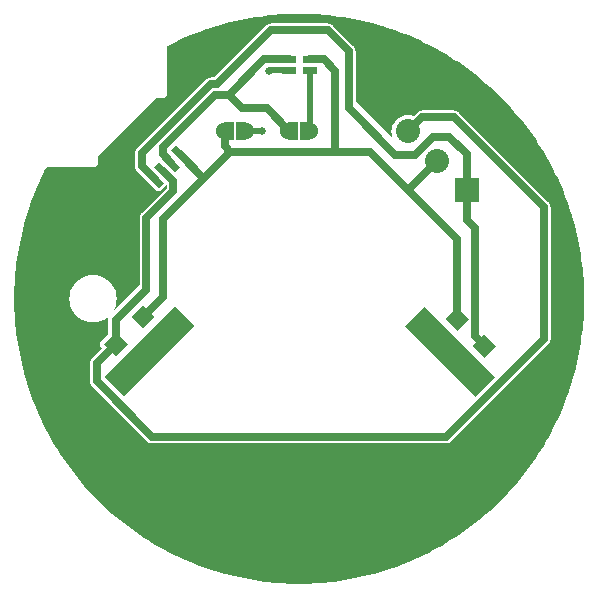
<source format=gbr>
G04 start of page 2 for group 0 idx 0 *
G04 Title: (unknown), component *
G04 Creator: pcb 4.0.2 *
G04 CreationDate: Thu Apr 29 14:29:46 2021 UTC *
G04 For: petersen *
G04 Format: Gerber/RS-274X *
G04 PCB-Dimensions (mil): 2500.00 2500.00 *
G04 PCB-Coordinate-Origin: lower left *
%MOIN*%
%FSLAX25Y25*%
%LNTOP*%
%ADD22C,0.0472*%
%ADD21C,0.0276*%
%ADD20C,0.6300*%
%ADD19C,0.0120*%
%ADD18C,0.0240*%
%ADD17C,0.1378*%
%ADD16C,0.0260*%
%ADD15C,0.0600*%
%ADD14C,0.0800*%
%ADD13C,0.0200*%
%ADD12C,0.0250*%
%ADD11C,0.0001*%
G54D11*G36*
X60000Y99000D02*X83500Y122500D01*
X90000Y116000D01*
X66500Y92500D01*
X60000Y99000D01*
G37*
G36*
X166744Y122256D02*X190244Y98756D01*
X183744Y92256D01*
X160244Y115756D01*
X166744Y122256D01*
G37*
G36*
X220000Y125000D02*X219986Y123342D01*
X219942Y121685D01*
X219870Y120028D01*
X219769Y118373D01*
X219638Y116720D01*
X219480Y115070D01*
X219292Y113422D01*
X219075Y111779D01*
X218830Y110139D01*
X218557Y108503D01*
X218255Y106873D01*
X217924Y105248D01*
X217565Y103630D01*
X217178Y102017D01*
X216763Y100412D01*
X216320Y98814D01*
X215849Y97225D01*
X215350Y95643D01*
X214824Y94071D01*
X214271Y92508D01*
X213690Y90955D01*
X213082Y89412D01*
X212448Y87881D01*
X211787Y86360D01*
X211099Y84851D01*
X210385Y83355D01*
X209646Y81871D01*
X208880Y80400D01*
X208089Y78943D01*
X207272Y77500D01*
X206431Y76071D01*
X205565Y74658D01*
X204674Y73259D01*
X203759Y71877D01*
X202819Y70510D01*
X201857Y69160D01*
X200870Y67828D01*
X199861Y66512D01*
X198829Y65215D01*
X197774Y63935D01*
X196697Y62674D01*
X195599Y61433D01*
X194479Y60210D01*
X193337Y59007D01*
X192175Y57825D01*
X190993Y56663D01*
X189790Y55521D01*
X188567Y54401D01*
X187326Y53303D01*
X186065Y52226D01*
X184785Y51171D01*
X183488Y50139D01*
X182172Y49130D01*
X180840Y48143D01*
X179490Y47181D01*
X178123Y46241D01*
X176741Y45326D01*
X175342Y44435D01*
X173929Y43569D01*
X172500Y42728D01*
X171057Y41911D01*
X169600Y41120D01*
X168129Y40354D01*
X166645Y39615D01*
X165149Y38901D01*
X163640Y38213D01*
X162119Y37552D01*
X160588Y36918D01*
X159045Y36310D01*
X157492Y35729D01*
X155929Y35176D01*
X154357Y34650D01*
X152775Y34151D01*
X151186Y33680D01*
X149588Y33237D01*
X147983Y32822D01*
X146370Y32435D01*
X144752Y32076D01*
X143127Y31745D01*
X141497Y31443D01*
X139861Y31170D01*
X138221Y30925D01*
X136578Y30708D01*
X134930Y30520D01*
X133280Y30362D01*
X131627Y30231D01*
X129972Y30130D01*
X128546Y30068D01*
Y76750D01*
X173912D01*
X174000Y76743D01*
X174353Y76771D01*
X174353Y76771D01*
X174697Y76854D01*
X175025Y76989D01*
X175327Y77174D01*
X175596Y77404D01*
X175653Y77471D01*
X208029Y109847D01*
X208096Y109904D01*
X208326Y110173D01*
X208326Y110173D01*
X208511Y110475D01*
X208646Y110803D01*
X208729Y111147D01*
X208757Y111500D01*
X208750Y111588D01*
Y155412D01*
X208757Y155500D01*
X208729Y155853D01*
X208646Y156197D01*
X208607Y156293D01*
X208511Y156525D01*
X208396Y156712D01*
X208326Y156827D01*
X208326Y156827D01*
X208096Y157096D01*
X208029Y157153D01*
X178153Y187029D01*
X178096Y187096D01*
X177827Y187326D01*
X177827Y187326D01*
X177712Y187396D01*
X177525Y187511D01*
X177293Y187607D01*
X177197Y187646D01*
X176853Y187729D01*
X176500Y187757D01*
X176412Y187750D01*
X166102D01*
X166013Y187757D01*
X165660Y187729D01*
X165316Y187646D01*
X164989Y187511D01*
X164687Y187326D01*
X164687Y187326D01*
X164417Y187096D01*
X164360Y187029D01*
X163216Y185885D01*
X162962Y185990D01*
X162120Y186192D01*
X161257Y186260D01*
X160394Y186192D01*
X159552Y185990D01*
X158752Y185659D01*
X158014Y185207D01*
X157356Y184644D01*
X156793Y183986D01*
X156341Y183248D01*
X156010Y182448D01*
X155808Y181606D01*
X155740Y180743D01*
X155808Y179880D01*
X156010Y179038D01*
X156329Y178267D01*
X143798Y190798D01*
X143750Y190841D01*
Y207412D01*
X143757Y207500D01*
X143729Y207853D01*
X143646Y208197D01*
X143607Y208293D01*
X143511Y208525D01*
X143396Y208712D01*
X143326Y208827D01*
X143326Y208827D01*
X143096Y209096D01*
X143029Y209153D01*
X136153Y216029D01*
X136096Y216096D01*
X135827Y216326D01*
X135827Y216326D01*
X135712Y216396D01*
X135525Y216511D01*
X135293Y216607D01*
X135197Y216646D01*
X134853Y216729D01*
X134500Y216757D01*
X134412Y216750D01*
X128546D01*
Y219932D01*
X129972Y219870D01*
X131627Y219769D01*
X133280Y219638D01*
X134930Y219480D01*
X136578Y219292D01*
X138221Y219075D01*
X139861Y218830D01*
X141497Y218557D01*
X143127Y218255D01*
X144752Y217924D01*
X146370Y217565D01*
X147983Y217178D01*
X149588Y216763D01*
X151186Y216320D01*
X152775Y215849D01*
X154357Y215350D01*
X155929Y214824D01*
X157492Y214271D01*
X159045Y213690D01*
X160588Y213082D01*
X162119Y212448D01*
X163640Y211787D01*
X165149Y211099D01*
X166645Y210385D01*
X168129Y209646D01*
X169600Y208880D01*
X171057Y208089D01*
X172500Y207272D01*
X173929Y206431D01*
X175342Y205565D01*
X176741Y204674D01*
X178123Y203759D01*
X179490Y202819D01*
X180840Y201857D01*
X182172Y200870D01*
X183488Y199861D01*
X184785Y198829D01*
X186065Y197774D01*
X187326Y196697D01*
X188567Y195599D01*
X189790Y194479D01*
X190993Y193337D01*
X192175Y192175D01*
X193337Y190993D01*
X194479Y189790D01*
X195599Y188567D01*
X196697Y187326D01*
X197774Y186065D01*
X198829Y184785D01*
X199861Y183488D01*
X200870Y182172D01*
X201857Y180840D01*
X202819Y179490D01*
X203759Y178123D01*
X204674Y176741D01*
X205565Y175342D01*
X206431Y173929D01*
X207272Y172500D01*
X208089Y171057D01*
X208880Y169600D01*
X209646Y168129D01*
X210385Y166645D01*
X211099Y165149D01*
X211787Y163640D01*
X212448Y162119D01*
X213082Y160588D01*
X213690Y159045D01*
X214271Y157492D01*
X214824Y155929D01*
X215350Y154357D01*
X215849Y152775D01*
X216320Y151186D01*
X216763Y149588D01*
X217178Y147983D01*
X217565Y146370D01*
X217924Y144752D01*
X218255Y143127D01*
X218557Y141497D01*
X218830Y139861D01*
X219075Y138221D01*
X219292Y136578D01*
X219480Y134930D01*
X219638Y133280D01*
X219769Y131627D01*
X219870Y129972D01*
X219942Y128315D01*
X219986Y126658D01*
X220000Y125000D01*
G37*
G36*
X128546Y30068D02*X128315Y30058D01*
X126658Y30014D01*
X125000Y30000D01*
X123342Y30014D01*
X121685Y30058D01*
X120028Y30130D01*
X118373Y30231D01*
X116720Y30362D01*
X115070Y30520D01*
X113422Y30708D01*
X111779Y30925D01*
X110139Y31170D01*
X108503Y31443D01*
X106873Y31745D01*
X105248Y32076D01*
X103630Y32435D01*
X102017Y32822D01*
X100412Y33237D01*
X98814Y33680D01*
X97225Y34151D01*
X95643Y34650D01*
X94071Y35176D01*
X92508Y35729D01*
X90955Y36310D01*
X89412Y36918D01*
X87881Y37552D01*
X86360Y38213D01*
X84851Y38901D01*
X83355Y39615D01*
X81871Y40354D01*
X80400Y41120D01*
X78943Y41911D01*
X77500Y42728D01*
X76071Y43569D01*
X74658Y44435D01*
X73259Y45326D01*
X71877Y46241D01*
X70510Y47181D01*
X69160Y48143D01*
X67828Y49130D01*
X66512Y50139D01*
X65215Y51171D01*
X63935Y52226D01*
X62674Y53303D01*
X61433Y54401D01*
X60210Y55521D01*
X59007Y56663D01*
X57825Y57825D01*
X56663Y59007D01*
X55521Y60210D01*
X54401Y61433D01*
X53303Y62674D01*
X52226Y63935D01*
X51171Y65215D01*
X50139Y66512D01*
X49130Y67828D01*
X48143Y69160D01*
X47181Y70510D01*
X46241Y71877D01*
X45326Y73259D01*
X44435Y74658D01*
X43569Y76071D01*
X42728Y77500D01*
X41911Y78943D01*
X41120Y80400D01*
X40354Y81871D01*
X39615Y83355D01*
X38901Y84851D01*
X38213Y86360D01*
X37552Y87881D01*
X36918Y89412D01*
X36310Y90955D01*
X35729Y92508D01*
X35176Y94071D01*
X34650Y95643D01*
X34151Y97225D01*
X33680Y98814D01*
X33237Y100412D01*
X32822Y102017D01*
X32435Y103630D01*
X32076Y105248D01*
X31745Y106873D01*
X31443Y108503D01*
X31170Y110139D01*
X30925Y111779D01*
X30708Y113422D01*
X30520Y115070D01*
X30362Y116720D01*
X30231Y118373D01*
X30130Y120028D01*
X30058Y121685D01*
X30014Y123342D01*
X30000Y125000D01*
X30014Y126658D01*
X30058Y128315D01*
X30130Y129972D01*
X30231Y131627D01*
X30362Y133280D01*
X30520Y134930D01*
X30708Y136578D01*
X30925Y138221D01*
X31170Y139861D01*
X31443Y141497D01*
X31745Y143127D01*
X32076Y144752D01*
X32435Y146370D01*
X32822Y147983D01*
X33237Y149588D01*
X33680Y151186D01*
X34151Y152775D01*
X34650Y154357D01*
X35176Y155929D01*
X35729Y157492D01*
X36310Y159045D01*
X36918Y160588D01*
X37552Y162119D01*
X38213Y163640D01*
X38901Y165149D01*
X39615Y166645D01*
X40354Y168129D01*
X40807Y169000D01*
X57000D01*
X81000Y193000D01*
Y209193D01*
X81871Y209646D01*
X83355Y210385D01*
X84851Y211099D01*
X86360Y211787D01*
X87881Y212448D01*
X89412Y213082D01*
X90955Y213690D01*
X92508Y214271D01*
X94071Y214824D01*
X95643Y215350D01*
X97225Y215849D01*
X98814Y216320D01*
X100412Y216763D01*
X102017Y217178D01*
X103630Y217565D01*
X105248Y217924D01*
X106873Y218255D01*
X108503Y218557D01*
X110139Y218830D01*
X111779Y219075D01*
X113422Y219292D01*
X115070Y219480D01*
X116720Y219638D01*
X118373Y219769D01*
X120028Y219870D01*
X121685Y219942D01*
X123342Y219986D01*
X125000Y220000D01*
X126658Y219986D01*
X128315Y219942D01*
X128546Y219932D01*
Y216750D01*
X115588D01*
X115500Y216757D01*
X115147Y216729D01*
X114803Y216646D01*
X114475Y216511D01*
X114173Y216326D01*
X114173Y216326D01*
X113904Y216096D01*
X113847Y216029D01*
X96568Y198750D01*
X95588D01*
X95500Y198757D01*
X95147Y198729D01*
X94803Y198646D01*
X94475Y198511D01*
X94173Y198326D01*
X94173Y198326D01*
X93904Y198096D01*
X93847Y198029D01*
X70971Y175153D01*
X70904Y175096D01*
X70674Y174827D01*
X70489Y174525D01*
X70354Y174197D01*
X70271Y173853D01*
X70271Y173853D01*
X70243Y173500D01*
X70250Y173412D01*
Y169237D01*
X70243Y169149D01*
X70271Y168795D01*
X70271Y168795D01*
X70271Y168795D01*
X70321Y168588D01*
X70353Y168451D01*
X70354Y168451D01*
X70354Y168451D01*
X70418Y168296D01*
X70489Y168124D01*
X70489Y168124D01*
X70489Y168124D01*
X70597Y167947D01*
X70674Y167822D01*
X70674Y167822D01*
X70674Y167822D01*
X70904Y167553D01*
X70971Y167495D01*
X75233Y163233D01*
X75497Y162998D01*
X75694Y162878D01*
X77557Y161020D01*
X77691Y160938D01*
X77836Y160878D01*
X77990Y160841D01*
X78146Y160829D01*
X78303Y160841D01*
X78456Y160878D01*
X78602Y160938D01*
X78736Y161020D01*
X78854Y161125D01*
X80628Y162912D01*
X80710Y163047D01*
X80750Y163142D01*
Y161932D01*
X72471Y153653D01*
X72404Y153596D01*
X72174Y153327D01*
X71989Y153025D01*
X71854Y152697D01*
X71771Y152353D01*
X71771Y152353D01*
X71743Y152000D01*
X71750Y151912D01*
Y129639D01*
X62959Y120848D01*
X63302Y121407D01*
X63777Y122554D01*
X64067Y123762D01*
X64140Y125000D01*
X64067Y126238D01*
X63777Y127446D01*
X63302Y128593D01*
X62653Y129652D01*
X61846Y130596D01*
X60902Y131403D01*
X59843Y132052D01*
X58696Y132527D01*
X57488Y132817D01*
X56250Y132914D01*
X55012Y132817D01*
X53804Y132527D01*
X52657Y132052D01*
X51598Y131403D01*
X50654Y130596D01*
X49847Y129652D01*
X49198Y128593D01*
X48723Y127446D01*
X48433Y126238D01*
X48336Y125000D01*
X48433Y123762D01*
X48723Y122554D01*
X49198Y121407D01*
X49847Y120348D01*
X50654Y119404D01*
X51598Y118597D01*
X52657Y117948D01*
X53804Y117473D01*
X55012Y117183D01*
X56250Y117086D01*
X57488Y117183D01*
X58696Y117473D01*
X59843Y117948D01*
X60902Y118597D01*
X61430Y119048D01*
X61329Y118805D01*
X61228Y118384D01*
X61194Y117952D01*
X61202Y117845D01*
Y113213D01*
X58835Y110834D01*
X58712Y110633D01*
X58621Y110415D01*
X58566Y110185D01*
X58548Y109950D01*
X58566Y109714D01*
X58621Y109485D01*
X58712Y109267D01*
X58835Y109065D01*
X58992Y108889D01*
X59350Y108532D01*
X55971Y105153D01*
X55904Y105096D01*
X55674Y104827D01*
X55489Y104525D01*
X55354Y104197D01*
X55271Y103853D01*
X55271Y103853D01*
X55243Y103500D01*
X55250Y103412D01*
Y97588D01*
X55243Y97500D01*
X55271Y97147D01*
Y97147D01*
X55354Y96803D01*
X55489Y96475D01*
X55559Y96361D01*
X55674Y96173D01*
X55674Y96173D01*
X55904Y95904D01*
X55971Y95847D01*
X74347Y77471D01*
X74404Y77404D01*
X74673Y77174D01*
X74673Y77174D01*
X74861Y77059D01*
X74975Y76989D01*
X75303Y76854D01*
X75647Y76771D01*
X75647D01*
X76000Y76743D01*
X76088Y76750D01*
X128546D01*
Y30068D01*
G37*
G36*
X58000Y167500D02*Y172500D01*
X77500Y192000D01*
X82500D01*
X58000Y167500D01*
G37*
G54D12*X183500Y112500D02*Y148500D01*
X180744Y151256D01*
X177696Y144804D02*Y118304D01*
X206500Y111500D02*Y155500D01*
Y111500D02*X174000Y79000D01*
X76000D01*
X186744Y109256D02*X183500Y112500D01*
X74000Y128000D02*X63952Y117952D01*
Y109952D01*
X76000Y79000D02*X57500Y97500D01*
Y103500D02*X63952Y109952D01*
X57500Y103500D02*Y97500D01*
X73000Y119000D02*X79500Y125500D01*
X74000Y128000D02*Y152000D01*
X79500Y125500D02*Y151500D01*
X74000Y152000D02*X83000Y161000D01*
X76824Y164824D02*X72500Y169148D01*
Y173500D02*Y169148D01*
X83000Y161000D02*Y164216D01*
X148500Y174000D02*X102000D01*
X83000Y164216D02*X79608Y167608D01*
X79500Y151500D02*X102000Y174000D01*
X85176Y173176D02*X92984Y165368D01*
X82392Y170392D02*X79500Y173284D01*
Y175500D01*
X180744Y151256D02*Y161256D01*
X180744Y161256D02*Y173256D01*
X171000Y171000D02*X161250Y161250D01*
X169500Y179000D02*X163500Y173000D01*
X157000D01*
X180744Y173256D02*X175000Y179000D01*
X169500D01*
X161257Y180743D02*X166013Y185500D01*
X176500D01*
X206500Y155500D01*
X177696Y144804D02*X148500Y174000D01*
X141500Y188500D02*Y207500D01*
X134500Y214500D02*X141500Y207500D01*
X137000Y201000D02*X133130Y204870D01*
X128543D01*
X157000Y173000D02*X141500Y188500D01*
X137000Y201000D02*Y174000D01*
X115500Y214500D02*X134500D01*
X101500Y193000D02*X113370Y204870D01*
X121457D01*
G54D13*Y201130D02*X115000D01*
G54D12*X115500Y214500D02*X97500Y196500D01*
X95500D01*
G54D13*X128500Y181000D02*Y201130D01*
X112500Y181000D02*X106900D01*
G54D12*X114100Y188500D02*X121600Y181000D01*
X100100D02*Y175900D01*
X102000Y174000D01*
X97000Y193000D02*X79500Y175500D01*
X95500Y196500D02*X72500Y173500D01*
X101500Y193000D02*X106000Y188500D01*
X114100D01*
X101500Y193000D02*X97000D01*
G54D11*G36*
X176744Y165256D02*Y157256D01*
X184744D01*
Y165256D01*
X176744D01*
G37*
G54D14*X171000Y171000D03*
X161257Y180743D03*
G54D11*G36*
X67853Y109955D02*X63955Y113853D01*
X60052Y109950D01*
X63950Y106052D01*
X67853Y109955D01*
G37*
G36*
X76900Y119003D02*X73003Y122900D01*
X69100Y118997D01*
X72997Y115100D01*
X76900Y119003D01*
G37*
G36*
X64787Y103549D02*X60333Y99095D01*
X66458Y92971D01*
X70912Y97425D01*
X64787Y103549D01*
G37*
G36*
X83161Y121923D02*X78707Y117469D01*
X84831Y111344D01*
X89286Y115798D01*
X83161Y121923D01*
G37*
G54D15*X121600Y181000D03*
G54D11*G36*
X124600Y184000D02*X121600D01*
Y178000D01*
X124600D01*
Y184000D01*
G37*
G36*
X119094Y202311D02*Y199949D01*
X123819D01*
Y202311D01*
X119094D01*
G37*
G36*
Y206051D02*Y203689D01*
X123819D01*
Y206051D01*
X119094D01*
G37*
G54D15*X128400Y181000D03*
G54D11*G36*
Y184000D02*X125400D01*
Y178000D01*
X128400D01*
Y184000D01*
G37*
G36*
X126181Y202311D02*Y199949D01*
X130906D01*
Y202311D01*
X126181D01*
G37*
G36*
Y206051D02*Y203689D01*
X130906D01*
Y206051D01*
X126181D01*
G37*
G54D15*X100100Y181000D03*
G54D11*G36*
X103100Y184000D02*X100100D01*
Y178000D01*
X103100D01*
Y184000D01*
G37*
G54D15*X106900Y181000D03*
G54D11*G36*
Y184000D02*X103900D01*
Y178000D01*
X106900D01*
Y184000D01*
G37*
G36*
X83854Y176168D02*X82183Y174498D01*
X86498Y170183D01*
X88168Y171854D01*
X83854Y176168D01*
G37*
G36*
X81070Y173384D02*X79399Y171714D01*
X83714Y167400D01*
X85384Y169070D01*
X81070Y173384D01*
G37*
G36*
X78286Y170601D02*X76616Y168930D01*
X80930Y164616D01*
X82600Y166286D01*
X78286Y170601D01*
G37*
G36*
X61582Y176168D02*X58242Y172828D01*
X63253Y167817D01*
X66593Y171157D01*
X61582Y176168D01*
G37*
G36*
X75502Y167817D02*X73832Y166146D01*
X78146Y161832D01*
X79817Y163502D01*
X75502Y167817D01*
G37*
G36*
X77172Y191758D02*X73832Y188418D01*
X78843Y183407D01*
X82183Y186747D01*
X77172Y191758D01*
G37*
G36*
X177693Y122204D02*X173796Y118307D01*
X177699Y114404D01*
X181596Y118301D01*
X177693Y122204D01*
G37*
G36*
X186741Y113156D02*X182844Y109259D01*
X186746Y105356D01*
X190644Y109254D01*
X186741Y113156D01*
G37*
G36*
X171293Y117469D02*X166839Y121923D01*
X160714Y115798D01*
X165169Y111344D01*
X171293Y117469D01*
G37*
G36*
X189667Y99095D02*X185213Y103549D01*
X179088Y97425D01*
X183542Y92971D01*
X189667Y99095D01*
G37*
G54D16*X112500Y181000D03*
X115000Y201000D03*
G54D17*G54D12*G54D18*G54D19*G54D17*G54D20*G54D12*G54D18*G54D21*G54D22*G54D21*M02*

</source>
